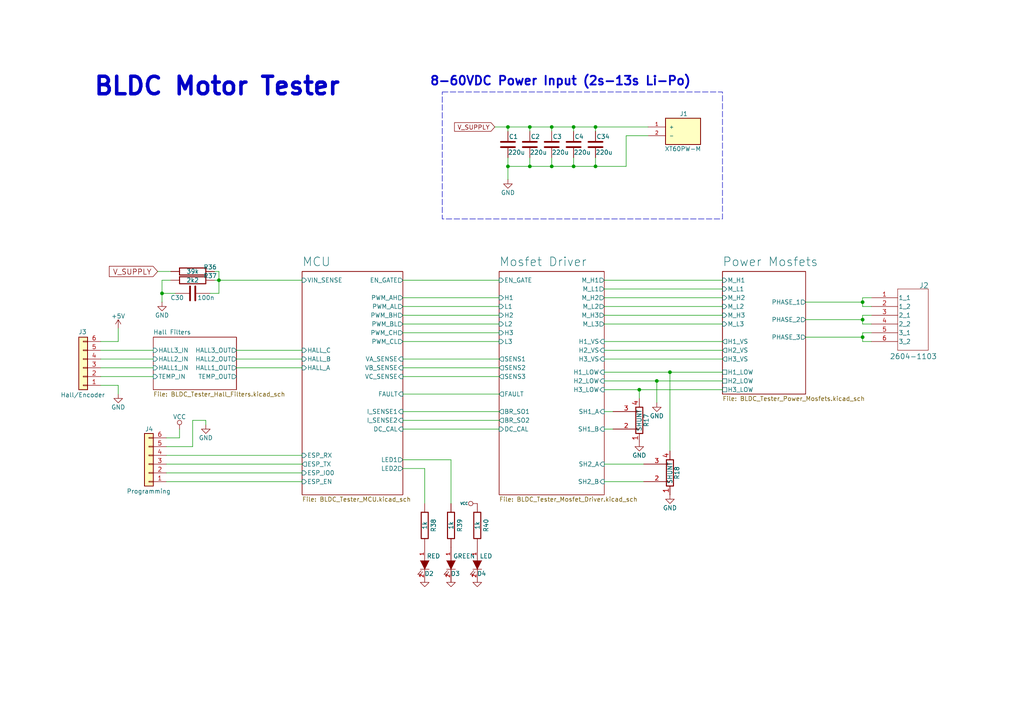
<source format=kicad_sch>
(kicad_sch (version 20231120) (generator "eeschema") (generator_version "8.0")
  (paper "A4")
  (title_block (title "BLDC Tester") (date "2024-11-19") (company "Ege Saygili"))
  (lib_symbols
    (symbol "2024-11-19_07-53-34:2604-1103" (pin_names (offset 0.254))
      (property "Reference" "J2" (at 15.24 6.096 0))
      (property "Value" "2604-1103" (at 12.192 -14.478 0))
      (symbol "2604-1103_0_1"
        (polyline (pts (xy 7.62 -12.7) (xy 16.51 -12.7)) (stroke (width 0.127)))
        (polyline (pts (xy 7.62 5.08) (xy 7.62 -12.7)) (stroke (width 0.127)))
        (polyline (pts (xy 16.51 -12.7) (xy 16.51 5.08)) (stroke (width 0.127)))
        (polyline (pts (xy 16.51 5.08) (xy 7.62 5.08)) (stroke (width 0.127)))
      )
      (symbol "2604-1103_1_1"
        (pin power_in line (at 0 2.54 0) (length 7.62) (name "1_1") (number "1"))
        (pin power_in line (at 0 0 0) (length 7.62) (name "1_2") (number "2"))
        (pin power_in line (at 0 -2.54 0) (length 7.62) (name "2_1") (number "3"))
        (pin power_in line (at 0 -5.08 0) (length 7.62) (name "2_2") (number "4"))
        (pin power_in line (at 0 -7.62 0) (length 7.62) (name "3_1") (number "5"))
        (pin power_in line (at 0 -10.16 0) (length 7.62) (name "3_2") (number "6"))
      )
    )
    (symbol "BLDC_4-rescue:+5V" (power) (pin_names (offset 0))
      (property "Value" "+5V" (at 0 3.556 0))
      (symbol "+5V_0_1"
        (polyline (pts (xy -0.762 1.27) (xy 0 2.54)))
        (polyline (pts (xy 0 0) (xy 0 2.54)))
        (polyline (pts (xy 0 2.54) (xy 0.762 1.27)))
      )
      (symbol "+5V_1_1"
        (pin power_in line (at 0 0 90) (length 0) hide (name "+5V") (number "1"))
      )
    )
    (symbol "BLDC_4-rescue:C-RESCUE-BLDC_4" (pin_numbers hide) (pin_names (offset 0.254))
      (property "Reference" "C" (at 0 2.54 0))
      (property "Value" "C-RESCUE-BLDC_4" (at 0.1524 -2.159 0))
      (symbol "C-RESCUE-BLDC_4_0_1"
        (polyline (pts (xy -2.032 -0.762) (xy 2.032 -0.762)) (stroke (width 0.508)))
        (polyline (pts (xy -2.032 0.762) (xy 2.032 0.762)) (stroke (width 0.508)))
      )
      (symbol "C-RESCUE-BLDC_4_1_1"
        (pin passive line (at 0 5.08 270) (length 4.318) (name "~") (number "1"))
        (pin passive line (at 0 -5.08 90) (length 4.318) (name "~") (number "2"))
      )
    )
    (symbol "BLDC_4-rescue:GND-RESCUE-BLDC_4" (power) (pin_names (offset 0))
      (symbol "GND-RESCUE-BLDC_4_0_1"
        (polyline (pts (xy -1.27 0) (xy 0 -1.27) (xy 1.27 0) (xy -1.27 0)))
      )
      (symbol "GND-RESCUE-BLDC_4_1_1"
        (pin power_in line (at 0 0 90) (length 0) hide (name "GND") (number "1"))
      )
    )
    (symbol "BLDC_4-rescue:LED-RESCUE-BLDC_4" (pin_names (offset 1.016) hide)
      (property "Reference" "D" (at 0 2.54 0))
      (property "Value" "LED-RESCUE-BLDC_4" (at 0 -2.54 0))
      (symbol "LED-RESCUE-BLDC_4_0_1"
        (polyline (pts (xy 1.27 1.27) (xy 1.27 -1.27)))
        (polyline (pts (xy -1.27 1.27) (xy 1.27 0) (xy -1.27 -1.27)) (fill (type outline)))
        (polyline (pts (xy 1.651 -1.016) (xy 2.794 -2.032) (xy 2.667 -1.397)))
        (polyline (pts (xy 2.032 -0.635) (xy 3.175 -1.651) (xy 3.048 -1.016)))
      )
      (symbol "LED-RESCUE-BLDC_4_1_1"
        (pin passive line (at -5.08 0 0) (length 3.81) (name "A") (number "1"))
        (pin passive line (at 5.08 0 180) (length 3.81) (name "K") (number "2"))
      )
    )
    (symbol "BLDC_4-rescue:R-RESCUE-BLDC_4" (pin_numbers hide) (pin_names (offset 0))
      (property "Reference" "R" (at 2.032 0 90))
      (property "Value" "R-RESCUE-BLDC_4" (at 0.1778 0.0254 90))
      (symbol "R-RESCUE-BLDC_4_0_1"
        (rectangle (start -1.016 3.81) (end 1.016 -3.81) (stroke (width 0.3048)))
      )
      (symbol "R-RESCUE-BLDC_4_1_1"
        (pin passive line (at 0 6.35 270) (length 2.54) (name "~") (number "1"))
        (pin passive line (at 0 -6.35 90) (length 2.54) (name "~") (number "2"))
      )
    )
    (symbol "BLDC_4-rescue:VCC" (power) (pin_names (offset 0))
      (property "Value" "VCC" (at 0 3.81 0))
      (symbol "VCC_0_1"
        (polyline (pts (xy 0 0) (xy 0 1.27)))
        (circle (center 0 1.905) (radius 0.635))
      )
      (symbol "VCC_1_1"
        (pin power_in line (at 0 0 90) (length 0) hide (name "VCC") (number "1"))
      )
    )
    (symbol "Connector_Generic:Conn_01x06" (pin_names (offset 1.016) hide)
      (property "Reference" "J" (at 0 7.62 0))
      (property "Value" "Conn_01x06" (at 0 -10.16 0))
      (symbol "Conn_01x06_1_1"
        (rectangle (start -1.27 -7.493) (end 0 -7.747) (stroke (width 0.1524)))
        (rectangle (start -1.27 -4.953) (end 0 -5.207) (stroke (width 0.1524)))
        (rectangle (start -1.27 -2.413) (end 0 -2.667) (stroke (width 0.1524)))
        (rectangle (start -1.27 0.127) (end 0 -0.127) (stroke (width 0.1524)))
        (rectangle (start -1.27 2.667) (end 0 2.413) (stroke (width 0.1524)))
        (rectangle (start -1.27 5.207) (end 0 4.953) (stroke (width 0.1524)))
        (rectangle (start -1.27 6.35) (end 1.27 -8.89) (stroke (width 0.254)) (fill (type background)))
        (pin passive line (at -5.08 5.08 0) (length 3.81) (name "Pin_1") (number "1"))
        (pin passive line (at -5.08 2.54 0) (length 3.81) (name "Pin_2") (number "2"))
        (pin passive line (at -5.08 0 0) (length 3.81) (name "Pin_3") (number "3"))
        (pin passive line (at -5.08 -2.54 0) (length 3.81) (name "Pin_4") (number "4"))
        (pin passive line (at -5.08 -5.08 0) (length 3.81) (name "Pin_5") (number "5"))
        (pin passive line (at -5.08 -7.62 0) (length 3.81) (name "Pin_6") (number "6"))
      )
    )
    (symbol "Device:C" (pin_numbers hide) (pin_names (offset 0.254))
      (property "Reference" "C" (at 0.635 2.54 0))
      (property "Value" "C" (at 0.635 -2.54 0))
      (symbol "C_0_1"
        (polyline (pts (xy -2.032 -0.762) (xy 2.032 -0.762)) (stroke (width 0.508)))
        (polyline (pts (xy -2.032 0.762) (xy 2.032 0.762)) (stroke (width 0.508)))
      )
      (symbol "C_1_1"
        (pin passive line (at 0 3.81 270) (length 2.794) (name "~") (number "1"))
        (pin passive line (at 0 -3.81 90) (length 2.794) (name "~") (number "2"))
      )
    )
    (symbol "SHUNT_1" (pin_names (offset 0))
      (property "Reference" "R17" (at 2.032 0 90))
      (property "Value" "SHUNT" (at 0 0 90))
      (symbol "SHUNT_1_0_1"
        (rectangle (start -1.016 3.81) (end 1.016 -3.81) (stroke (width 0.3048)))
      )
      (symbol "SHUNT_1_1_1"
        (pin passive line (at 0 6.35 270) (length 2.54) (name "~") (number "1"))
        (pin input line (at -7.62 2.54 0) (length 7.62) (name "~") (number "2"))
        (pin input line (at -7.62 -2.54 0) (length 7.62) (name "~") (number "3"))
        (pin passive line (at 0 -6.35 90) (length 2.54) (name "~") (number "4"))
      )
    )
    (symbol "XT60PW-M:XT60PW-M" (pin_names (offset 1.016))
      (property "Reference" "J" (at -5.08 5.7234 0))
      (property "Value" "XT60PW-M" (at -5.08 -5.0923 0))
      (symbol "XT60PW-M_0_0"
        (rectangle (start -5.08 -2.54) (end 5.08 5.08) (stroke (width 0.254)) (fill (type background)))
        (pin passive line (at -10.16 2.54 0) (length 5.08) (name "+") (number "1"))
        (pin passive line (at -10.16 0 0) (length 5.08) (name "-") (number "2"))
      )
    )
    (symbol "crf_1:SHUNT" (pin_names (offset 0))
      (property "Reference" "R18" (at 2.032 0 90))
      (property "Value" "SHUNT" (at 0 0 90))
      (symbol "SHUNT_0_1"
        (rectangle (start -1.016 3.81) (end 1.016 -3.81) (stroke (width 0.3048)))
      )
      (symbol "SHUNT_1_1"
        (pin passive line (at 0 6.35 270) (length 2.54) (name "~") (number "1"))
        (pin input line (at -7.62 2.54 0) (length 7.62) (name "~") (number "2"))
        (pin input line (at -7.62 -2.54 0) (length 7.62) (name "~") (number "3"))
        (pin passive line (at 0 -6.35 90) (length 2.54) (name "~") (number "4"))
      )
    )
    (symbol "power:GND" (power) (pin_numbers hide) (pin_names (offset 0) hide)
      (property "Value" "GND" (at 0 -3.81 0))
      (symbol "GND_0_1"
        (polyline (pts (xy 0 0) (xy 0 -1.27) (xy 1.27 -1.27) (xy 0 -2.54) (xy -1.27 -1.27) (xy 0 -1.27)))
      )
      (symbol "GND_1_1"
        (pin power_in line (at 0 0 270) (length 0) (name "~") (number "1"))
      )
    )
  )
  (junction (at 190.5 110.49))
  (junction (at 46.99 85.09))
  (junction (at 166.37 48.26))
  (junction (at 250.19 97.79))
  (junction (at 160.02 36.83))
  (junction (at 153.67 48.26))
  (junction (at 250.19 87.63))
  (junction (at 63.5 81.28))
  (junction (at 250.19 92.71))
  (junction (at 153.67 36.83))
  (junction (at 194.31 107.95))
  (junction (at 147.32 48.26))
  (junction (at 160.02 48.26))
  (junction (at 147.32 36.83))
  (junction (at 172.72 36.83))
  (junction (at 166.37 36.83))
  (junction (at 172.72 48.26))
  (junction (at 185.42 113.03))
  (wire (pts (xy 175.26 88.9) (xy 209.55 88.9)))
  (wire (pts (xy 63.5 78.74) (xy 63.5 81.28)))
  (wire (pts (xy 46.99 81.28) (xy 49.53 81.28)))
  (wire (pts (xy 123.19 135.89) (xy 123.19 146.05)))
  (wire (pts (xy 147.32 36.83) (xy 147.32 38.1)))
  (wire (pts (xy 181.61 39.37) (xy 181.61 48.26)))
  (wire (pts (xy 50.8 85.09) (xy 46.99 85.09)))
  (wire (pts (xy 252.73 96.52) (xy 250.19 96.52)))
  (wire (pts (xy 116.84 109.22) (xy 144.78 109.22)))
  (wire (pts (xy 172.72 45.72) (xy 172.72 48.26)))
  (wire (pts (xy 190.5 110.49) (xy 209.55 110.49)))
  (wire (pts (xy 175.26 83.82) (xy 209.55 83.82)))
  (wire (pts (xy 175.26 81.28) (xy 209.55 81.28)))
  (wire (pts (xy 153.67 36.83) (xy 153.67 38.1)))
  (wire (pts (xy 147.32 45.72) (xy 147.32 48.26)))
  (wire (pts (xy 29.21 106.68) (xy 44.45 106.68)))
  (wire (pts (xy 160.02 45.72) (xy 160.02 48.26)))
  (wire (pts (xy 130.81 133.35) (xy 130.81 146.05)))
  (wire (pts (xy 233.68 87.63) (xy 250.19 87.63)))
  (wire (pts (xy 59.69 121.92) (xy 55.88 121.92)))
  (wire (pts (xy 185.42 113.03) (xy 209.55 113.03)))
  (wire (pts (xy 63.5 81.28) (xy 87.63 81.28)))
  (wire (pts (xy 166.37 45.72) (xy 166.37 48.26)))
  (wire (pts (xy 185.42 113.03) (xy 185.42 115.57)))
  (wire (pts (xy 172.72 48.26) (xy 166.37 48.26)))
  (wire (pts (xy 181.61 39.37) (xy 187.96 39.37)))
  (wire (pts (xy 48.26 139.7) (xy 87.63 139.7)))
  (wire (pts (xy 175.26 86.36) (xy 209.55 86.36)))
  (wire (pts (xy 52.07 127) (xy 52.07 124.46)))
  (wire (pts (xy 166.37 48.26) (xy 160.02 48.26)))
  (wire (pts (xy 116.84 119.38) (xy 144.78 119.38)))
  (wire (pts (xy 116.84 133.35) (xy 130.81 133.35)))
  (wire (pts (xy 175.26 113.03) (xy 185.42 113.03)))
  (wire (pts (xy 175.26 104.14) (xy 209.55 104.14)))
  (wire (pts (xy 172.72 36.83) (xy 187.96 36.83)))
  (wire (pts (xy 143.51 36.83) (xy 147.32 36.83)))
  (wire (pts (xy 166.37 36.83) (xy 166.37 38.1)))
  (wire (pts (xy 34.29 111.76) (xy 34.29 114.3)))
  (wire (pts (xy 68.58 106.68) (xy 87.63 106.68)))
  (wire (pts (xy 116.84 104.14) (xy 144.78 104.14)))
  (wire (pts (xy 250.19 87.63) (xy 250.19 88.9)))
  (wire (pts (xy 250.19 96.52) (xy 250.19 97.79)))
  (wire (pts (xy 175.26 99.06) (xy 209.55 99.06)))
  (wire (pts (xy 49.53 78.74) (xy 45.72 78.74)))
  (wire (pts (xy 175.26 110.49) (xy 190.5 110.49)))
  (wire (pts (xy 34.29 99.06) (xy 34.29 95.25)))
  (wire (pts (xy 116.84 93.98) (xy 144.78 93.98)))
  (wire (pts (xy 116.84 106.68) (xy 144.78 106.68)))
  (wire (pts (xy 250.19 87.63) (xy 250.19 86.36)))
  (wire (pts (xy 160.02 36.83) (xy 166.37 36.83)))
  (wire (pts (xy 116.84 99.06) (xy 144.78 99.06)))
  (wire (pts (xy 172.72 36.83) (xy 172.72 38.1)))
  (wire (pts (xy 48.26 137.16) (xy 87.63 137.16)))
  (wire (pts (xy 68.58 104.14) (xy 87.63 104.14)))
  (wire (pts (xy 250.19 93.98) (xy 252.73 93.98)))
  (wire (pts (xy 59.69 123.19) (xy 59.69 121.92)))
  (wire (pts (xy 175.26 91.44) (xy 209.55 91.44)))
  (wire (pts (xy 48.26 132.08) (xy 87.63 132.08)))
  (wire (pts (xy 175.26 139.7) (xy 186.69 139.7)))
  (wire (pts (xy 63.5 81.28) (xy 63.5 85.09)))
  (wire (pts (xy 116.84 114.3) (xy 144.78 114.3)))
  (wire (pts (xy 190.5 110.49) (xy 190.5 116.84)))
  (wire (pts (xy 175.26 119.38) (xy 177.8 119.38)))
  (wire (pts (xy 175.26 134.62) (xy 186.69 134.62)))
  (wire (pts (xy 29.21 111.76) (xy 34.29 111.76)))
  (wire (pts (xy 116.84 121.92) (xy 144.78 121.92)))
  (wire (pts (xy 166.37 36.83) (xy 172.72 36.83)))
  (wire (pts (xy 194.31 107.95) (xy 194.31 130.81)))
  (wire (pts (xy 250.19 91.44) (xy 250.19 92.71)))
  (wire (pts (xy 116.84 135.89) (xy 123.19 135.89)))
  (wire (pts (xy 116.84 86.36) (xy 144.78 86.36)))
  (wire (pts (xy 55.88 121.92) (xy 55.88 129.54)))
  (wire (pts (xy 233.68 97.79) (xy 250.19 97.79)))
  (wire (pts (xy 68.58 101.6) (xy 87.63 101.6)))
  (wire (pts (xy 29.21 109.22) (xy 44.45 109.22)))
  (wire (pts (xy 116.84 81.28) (xy 144.78 81.28)))
  (wire (pts (xy 153.67 36.83) (xy 160.02 36.83)))
  (wire (pts (xy 29.21 99.06) (xy 34.29 99.06)))
  (wire (pts (xy 175.26 124.46) (xy 177.8 124.46)))
  (wire (pts (xy 62.23 81.28) (xy 63.5 81.28)))
  (wire (pts (xy 116.84 91.44) (xy 144.78 91.44)))
  (wire (pts (xy 147.32 36.83) (xy 153.67 36.83)))
  (wire (pts (xy 250.19 99.06) (xy 252.73 99.06)))
  (wire (pts (xy 63.5 85.09) (xy 60.96 85.09)))
  (wire (pts (xy 29.21 104.14) (xy 44.45 104.14)))
  (wire (pts (xy 194.31 107.95) (xy 209.55 107.95)))
  (wire (pts (xy 116.84 124.46) (xy 144.78 124.46)))
  (wire (pts (xy 175.26 101.6) (xy 209.55 101.6)))
  (wire (pts (xy 175.26 93.98) (xy 209.55 93.98)))
  (wire (pts (xy 29.21 101.6) (xy 44.45 101.6)))
  (wire (pts (xy 250.19 97.79) (xy 250.19 99.06)))
  (wire (pts (xy 62.23 78.74) (xy 63.5 78.74)))
  (wire (pts (xy 55.88 129.54) (xy 48.26 129.54)))
  (wire (pts (xy 153.67 45.72) (xy 153.67 48.26)))
  (wire (pts (xy 116.84 96.52) (xy 144.78 96.52)))
  (wire (pts (xy 46.99 81.28) (xy 46.99 85.09)))
  (wire (pts (xy 233.68 92.71) (xy 250.19 92.71)))
  (wire (pts (xy 48.26 127) (xy 52.07 127)))
  (wire (pts (xy 252.73 88.9) (xy 250.19 88.9)))
  (wire (pts (xy 116.84 88.9) (xy 144.78 88.9)))
  (wire (pts (xy 46.99 85.09) (xy 46.99 87.63)))
  (wire (pts (xy 160.02 36.83) (xy 160.02 38.1)))
  (wire (pts (xy 160.02 48.26) (xy 153.67 48.26)))
  (wire (pts (xy 252.73 91.44) (xy 250.19 91.44)))
  (wire (pts (xy 48.26 134.62) (xy 87.63 134.62)))
  (wire (pts (xy 250.19 92.71) (xy 250.19 93.98)))
  (wire (pts (xy 250.19 86.36) (xy 252.73 86.36)))
  (wire (pts (xy 175.26 107.95) (xy 194.31 107.95)))
  (wire (pts (xy 181.61 48.26) (xy 172.72 48.26)))
  (wire (pts (xy 153.67 48.26) (xy 147.32 48.26)))
  (wire (pts (xy 147.32 48.26) (xy 147.32 52.07)))
  (rectangle (start 128.27 26.67) (end 209.55 63.5) (stroke (width 0) (type dash)))
  (text "BLDC Motor Tester" (at 62.992 25.146 0) (effects (font (size 5.08 5.08) (thickness 1.016) (bold yes))))
  (text "8-60VDC Power Input (2s-13s Li-Po)" (at 162.56 23.622 0) (effects (font (size 2.54 2.54) (thickness 0.508) (bold yes))))
  (global_label "V_SUPPLY" (shape input) (at 45.72 78.74 180) (effects (font (size 1.524 1.524))) (property "Intersheetrefs" "${INTERSHEET_REFS}" (effects (hide yes))))
  (global_label "V_SUPPLY" (shape input) (at 143.51 36.83 180) (property "Intersheetrefs" "${INTERSHEET_REFS}" (effects (hide yes))))
  (symbol (lib_id "BLDC_4-rescue:C-RESCUE-BLDC_4") (at 55.88 85.09 90) (mirror x) (unit 1)
    (property "Reference" "C30" (at 53.34 86.36 90) (effects (justify left)))
    (property "Value" "100n" (at 62.23 86.36 90) (effects (justify left)))
    (property "Footprint" "Capacitor_SMD:C_0603_1608Metric" (effects (hide yes)))
  )
  (symbol (lib_id "BLDC_4-rescue:+5V") (at 34.29 95.25 0) (unit 1)
    (property "Reference" "#PWR023" (effects (hide yes)))
    (property "Value" "+5V" (at 34.29 91.694 0))
  )
  (symbol (lib_id "BLDC_4-rescue:LED-RESCUE-BLDC_4") (at 123.19 163.83 270) (unit 1)
    (property "Reference" "D2" (at 124.46 166.37 90))
    (property "Value" "RED" (at 125.73 161.29 90))
    (property "Footprint" "LED_SMD:LED_0603_1608Metric" (effects (hide yes)))
  )
  (symbol (lib_id "BLDC_4-rescue:VCC") (at 138.43 146.05 90) (unit 1)
    (property "Reference" "#PWR043" (effects (hide yes)))
    (property "Value" "VCC" (at 134.62 146.05 90) (effects (font (size 0.762 0.762))))
  )
  (symbol (lib_id "BLDC_4-rescue:LED-RESCUE-BLDC_4") (at 130.81 163.83 270) (unit 1)
    (property "Reference" "D3" (at 132.08 166.37 90))
    (property "Value" "GREEN" (at 134.62 161.29 90))
    (property "Footprint" "LED_SMD:LED_0603_1608Metric" (effects (hide yes)))
  )
  (symbol (lib_id "crf_1:SHUNT") (at 194.31 137.16 0) (mirror x) (unit 1)
    (property "Reference" "R18" (at 196.342 137.16 90))
    (property "Value" "SHUNT" (at 194.31 137.16 90))
    (property "Footprint" "BVS-A-R002-1.0:RES_BVS-3920_ISA" (effects (hide yes)))
  )
  (symbol (lib_id "XT60PW-M:XT60PW-M") (at 198.12 39.37 0) (unit 1)
    (property "Reference" "J1" (at 197.104 33.02 0) (effects (justify left)))
    (property "Value" "XT60PW-M" (at 192.786 43.18 0) (effects (justify left)))
    (property "Footprint" "XT60PW-M:AMASS_XT60PW-M" (effects (hide yes)))
    (property "MF" "AMASS" (effects (hide yes)))
    (property "MAXIMUM_PACKAGE_HEIGHT" "8.4 mm" (effects (hide yes)))
    (property "Package" "Package" (effects (hide yes)))
    (property "Price" "None" (effects (hide yes)))
    (property "Check_prices" "https://www.snapeda.com/parts/XT60PW-M/AMASS/view-part/?ref=eda" (effects (hide yes)))
    (property "STANDARD" "Manufacturer recommendations" (effects (hide yes)))
    (property "PARTREV" "V1.2" (effects (hide yes)))
    (property "SnapEDA_Link" "https://www.snapeda.com/parts/XT60PW-M/AMASS/view-part/?ref=snap" (effects (hide yes)))
    (property "MP" "XT60PW-M" (effects (hide yes)))
    (property "Description_1" "\n                        \n                            Socket, DC supply, male, PIN: 2\n                        \n" (effects (hide yes)))
    (property "Availability" "Not in stock" (effects (hide yes)))
    (property "MANUFACTURER" "AMASS" (effects (hide yes)))
  )
  (symbol (lib_id "power:GND") (at 46.99 87.63 0) (unit 1)
    (property "Reference" "#PWR040" (effects (hide yes)))
    (property "Value" "GND" (at 46.99 91.44 0))
    (property "Description" "Power symbol creates a global label with name \"GND\" , ground" (effects (hide yes)))
  )
  (symbol (lib_id "Connector_Generic:Conn_01x06") (at 24.13 106.68 180) (unit 1)
    (property "Reference" "J3" (at 25.146 96.266 0) (effects (justify left)))
    (property "Value" "Hall/Encoder" (at 30.48 114.554 0) (effects (justify left)))
    (property "Footprint" "Connector_JST:JST_PH_S6B-PH-SM4-TB_1x06-1MP_P2.00mm_Horizontal" (effects (hide yes)))
    (property "Description" "Generic connector, single row, 01x06, script generated (kicad-library-utils/schlib/autogen/connector/)" (effects (hide yes)))
  )
  (symbol (lib_id "Device:C") (at 153.67 41.91 0) (unit 1)
    (property "Reference" "C2" (at 153.924 39.624 0) (effects (justify left)))
    (property "Value" "220u" (at 153.67 44.196 0) (effects (justify left)))
    (property "Footprint" "Capacitor_THT:CP_Radial_D10.0mm_P5.00mm" (effects (hide yes)))
    (property "Description" "Unpolarized capacitor" (effects (hide yes)))
  )
  (symbol (lib_id "power:GND") (at 34.29 114.3 0) (unit 1)
    (property "Reference" "#PWR024" (effects (hide yes)))
    (property "Value" "GND" (at 34.29 118.11 0))
    (property "Description" "Power symbol creates a global label with name \"GND\" , ground" (effects (hide yes)))
  )
  (symbol (lib_id "BLDC_4-rescue:R-RESCUE-BLDC_4") (at 130.81 152.4 180) (unit 1)
    (property "Reference" "R39" (at 133.35 152.4 90))
    (property "Value" "1k" (at 130.81 152.4 90))
    (property "Footprint" "Resistor_SMD:R_0603_1608Metric" (effects (hide yes)))
  )
  (symbol (lib_id "power:GND") (at 185.42 128.27 0) (unit 1)
    (property "Reference" "#PWR030" (effects (hide yes)))
    (property "Value" "GND" (at 185.42 132.08 0))
    (property "Description" "Power symbol creates a global label with name \"GND\" , ground" (effects (hide yes)))
  )
  (symbol (lib_id "power:GND") (at 190.5 116.84 0) (unit 1)
    (property "Reference" "#PWR039" (effects (hide yes)))
    (property "Value" "GND" (at 190.5 120.65 0))
    (property "Description" "Power symbol creates a global label with name \"GND\" , ground" (effects (hide yes)))
  )
  (symbol (lib_id "BLDC_4-rescue:R-RESCUE-BLDC_4") (at 123.19 152.4 180) (unit 1)
    (property "Reference" "R38" (at 125.73 152.4 90))
    (property "Value" "1k" (at 123.19 152.4 90))
    (property "Footprint" "Resistor_SMD:R_0603_1608Metric" (effects (hide yes)))
  )
  (symbol (lib_id "2024-11-19_07-53-34:2604-1103") (at 252.73 88.9 0) (unit 1)
    (property "Reference" "J2" (at 267.97 82.804 0) (effects (font (size 1.524 1.524))))
    (property "Value" "2604-1103" (at 264.922 103.378 0) (effects (font (size 1.524 1.524))))
    (property "Footprint" "CONN3_2604-1103_WAG" (effects (hide yes)))
    (property "Datasheet" "2604-1103" (effects (hide yes)))
  )
  (symbol (lib_id "Device:C") (at 172.72 41.91 0) (unit 1)
    (property "Reference" "C34" (at 172.974 39.624 0) (effects (justify left)))
    (property "Value" "220u" (at 172.72 44.196 0) (effects (justify left)))
    (property "Footprint" "Capacitor_THT:CP_Radial_D10.0mm_P5.00mm" (effects (hide yes)))
    (property "Description" "Unpolarized capacitor" (effects (hide yes)))
  )
  (symbol (lib_id "BLDC_4-rescue:R-RESCUE-BLDC_4") (at 138.43 152.4 180) (unit 1)
    (property "Reference" "R40" (at 140.97 152.4 90))
    (property "Value" "1k" (at 138.43 152.4 90))
    (property "Footprint" "Resistor_SMD:R_0603_1608Metric" (effects (hide yes)))
  )
  (symbol (lib_id "Device:C") (at 147.32 41.91 0) (unit 1)
    (property "Reference" "C1" (at 147.574 39.624 0) (effects (justify left)))
    (property "Value" "220u" (at 147.32 44.196 0) (effects (justify left)))
    (property "Footprint" "Capacitor_THT:CP_Radial_D10.0mm_P5.00mm" (effects (hide yes)))
    (property "Description" "Unpolarized capacitor" (effects (hide yes)))
  )
  (symbol (lib_id "power:GND") (at 194.31 143.51 0) (unit 1)
    (property "Reference" "#PWR038" (effects (hide yes)))
    (property "Value" "GND" (at 194.31 147.32 0))
    (property "Description" "Power symbol creates a global label with name \"GND\" , ground" (effects (hide yes)))
  )
  (symbol (lib_id "BLDC_4-rescue:GND-RESCUE-BLDC_4") (at 123.19 168.91 0) (unit 1)
    (property "Reference" "#PWR041" (effects (hide yes)))
    (property "Value" "GND" (effects (hide yes)))
  )
  (symbol (lib_id "BLDC_4-rescue:GND-RESCUE-BLDC_4") (at 130.81 168.91 0) (unit 1)
    (property "Reference" "#PWR042" (effects (hide yes)))
    (property "Value" "GND" (effects (hide yes)))
  )
  (symbol (lib_id "power:GND") (at 147.32 52.07 0) (unit 1)
    (property "Reference" "#PWR01" (effects (hide yes)))
    (property "Value" "GND" (at 147.32 55.88 0))
    (property "Description" "Power symbol creates a global label with name \"GND\" , ground" (effects (hide yes)))
  )
  (symbol (lib_id "Device:C") (at 160.02 41.91 0) (unit 1)
    (property "Reference" "C3" (at 160.274 39.624 0) (effects (justify left)))
    (property "Value" "220u" (at 160.02 44.196 0) (effects (justify left)))
    (property "Footprint" "Capacitor_THT:CP_Radial_D10.0mm_P5.00mm" (effects (hide yes)))
    (property "Description" "Unpolarized capacitor" (effects (hide yes)))
  )
  (symbol (lib_id "BLDC_4-rescue:R-RESCUE-BLDC_4") (at 55.88 78.74 90) (mirror x) (unit 1)
    (property "Reference" "R36" (at 60.96 77.47 90))
    (property "Value" "39k" (at 55.88 78.74 90))
    (property "Footprint" "Resistor_SMD:R_0603_1608Metric" (effects (hide yes)))
  )
  (symbol (lib_id "BLDC_4-rescue:R-RESCUE-BLDC_4") (at 55.88 81.28 90) (mirror x) (unit 1)
    (property "Reference" "R37" (at 60.96 80.01 90))
    (property "Value" "2k2" (at 55.88 81.28 90))
    (property "Footprint" "Resistor_SMD:R_0603_1608Metric" (effects (hide yes)))
  )
  (symbol (lib_id "Connector_Generic:Conn_01x06") (at 43.18 134.62 180) (unit 1)
    (property "Reference" "J4" (at 44.45 124.46 0) (effects (justify left)))
    (property "Value" "Programming" (at 49.53 142.494 0) (effects (justify left)))
    (property "Footprint" "Connector_PinHeader_2.54mm:PinHeader_1x06_P2.54mm_Vertical" (effects (hide yes)))
    (property "Description" "Generic connector, single row, 01x06, script generated (kicad-library-utils/schlib/autogen/connector/)" (effects (hide yes)))
  )
  (symbol (lib_id "BLDC_4-rescue:GND-RESCUE-BLDC_4") (at 138.43 168.91 0) (unit 1)
    (property "Reference" "#PWR044" (effects (hide yes)))
    (property "Value" "GND" (effects (hide yes)))
  )
  (symbol (lib_id "BLDC_4-rescue:VCC") (at 52.07 124.46 0) (unit 1)
    (property "Reference" "#PWR031" (effects (hide yes)))
    (property "Value" "VCC" (at 52.07 120.904 0))
  )
  (symbol (lib_id "BLDC_4-rescue:LED-RESCUE-BLDC_4") (at 138.43 163.83 270) (unit 1)
    (property "Reference" "D4" (at 139.7 166.37 90))
    (property "Value" "LED" (at 140.97 161.29 90))
    (property "Footprint" "LED_SMD:LED_0603_1608Metric" (effects (hide yes)))
  )
  (symbol (lib_id "power:GND") (at 59.69 123.19 0) (unit 1)
    (property "Reference" "#PWR032" (effects (hide yes)))
    (property "Value" "GND" (at 59.69 127 0))
    (property "Description" "Power symbol creates a global label with name \"GND\" , ground" (effects (hide yes)))
  )
  (symbol (lib_id "Device:C") (at 166.37 41.91 0) (unit 1)
    (property "Reference" "C4" (at 166.624 39.624 0) (effects (justify left)))
    (property "Value" "220u" (at 166.37 44.196 0) (effects (justify left)))
    (property "Footprint" "Capacitor_THT:CP_Radial_D10.0mm_P5.00mm" (effects (hide yes)))
    (property "Description" "Unpolarized capacitor" (effects (hide yes)))
  )
  (symbol (lib_name "SHUNT_1") (lib_id "crf_1:SHUNT") (at 185.42 121.92 0) (mirror x) (unit 1)
    (property "Reference" "R17" (at 187.452 121.92 90))
    (property "Value" "SHUNT" (at 185.42 121.92 90))
    (property "Footprint" "BVS-A-R002-1.0:RES_BVS-3920_ISA" (effects (hide yes)))
  )
  (sheet (at 87.63 78.74) (size 29.21 64.77) (stroke (width 0.1524))
    (property "Sheetname" "MCU" (at 87.63 77.3934 0) (effects (font (size 2.54 2.54)) (justify left bottom)))
    (property "Sheetfile" "BLDC_Tester_MCU.kicad_sch" (at 87.63 144.0946 0) (effects (justify left top)))
    (pin "ESP_TX" output (at 87.63 134.62 180))
    (pin "ESP_RX" input (at 87.63 132.08 180))
    (pin "ESP_IO0" input (at 87.63 137.16 180))
    (pin "ESP_EN" input (at 87.63 139.7 180))
    (pin "PWM_AH" output (at 116.84 86.36 0))
    (pin "PWM_AL" output (at 116.84 88.9 0))
    (pin "PWM_BL" output (at 116.84 93.98 0))
    (pin "PWM_CL" output (at 116.84 99.06 0))
    (pin "PWM_BH" output (at 116.84 91.44 0))
    (pin "PWM_CH" output (at 116.84 96.52 0))
    (pin "HALL_A" input (at 87.63 106.68 180))
    (pin "HALL_B" input (at 87.63 104.14 180))
    (pin "HALL_C" input (at 87.63 101.6 180))
    (pin "EN_GATE" output (at 116.84 81.28 0))
    (pin "VA_SENSE" input (at 116.84 104.14 0))
    (pin "VB_SENSE" input (at 116.84 106.68 0))
    (pin "VC_SENSE" input (at 116.84 109.22 0))
    (pin "FAULT" input (at 116.84 114.3 0))
    (pin "DC_CAL" input (at 116.84 124.46 0))
    (pin "I_SENSE1" input (at 116.84 119.38 0))
    (pin "I_SENSE2" input (at 116.84 121.92 0))
    (pin "VIN_SENSE" input (at 87.63 81.28 180))
    (pin "LED1" output (at 116.84 133.35 0))
    (pin "LED2" output (at 116.84 135.89 0))
  )
  (sheet (at 44.45 97.79) (size 24.13 15.24) (stroke (width 0.1524))
    (property "Sheetname" "Hall Filters" (at 44.45 97.0784 0) (effects (justify left bottom)))
    (property "Sheetfile" "BLDC_Tester_Hall_Filters.kicad_sch" (at 44.45 113.6146 0) (effects (justify left top)))
    (pin "HALL2_OUT" output (at 68.58 104.14 0))
    (pin "HALL1_OUT" output (at 68.58 106.68 0))
    (pin "HALL3_OUT" output (at 68.58 101.6 0))
    (pin "TEMP_OUT" output (at 68.58 109.22 0))
    (pin "TEMP_IN" input (at 44.45 109.22 180))
    (pin "HALL3_IN" input (at 44.45 101.6 180))
    (pin "HALL1_IN" input (at 44.45 106.68 180))
    (pin "HALL2_IN" input (at 44.45 104.14 180))
  )
  (sheet (at 209.55 78.74) (size 24.13 35.56) (stroke (width 0.1524))
    (property "Sheetname" "Power Mosfets" (at 209.55 77.3934 0) (effects (font (size 2.54 2.54)) (justify left bottom)))
    (property "Sheetfile" "BLDC_Tester_Power_Mosfets.kicad_sch" (at 209.55 114.8846 0) (effects (justify left top)))
    (pin "PHASE_3" output (at 233.68 97.79 0))
    (pin "H3_VS" output (at 209.55 104.14 180))
    (pin "H2_LOW" passive (at 209.55 110.49 180))
    (pin "H3_LOW" passive (at 209.55 113.03 180))
    (pin "M_L3" input (at 209.55 93.98 180))
    (pin "PHASE_2" output (at 233.68 92.71 0))
    (pin "PHASE_1" output (at 233.68 87.63 0))
    (pin "M_H2" input (at 209.55 86.36 180))
    (pin "H2_VS" output (at 209.55 101.6 180))
    (pin "M_H3" input (at 209.55 91.44 180))
    (pin "M_L2" input (at 209.55 88.9 180))
    (pin "H1_LOW" passive (at 209.55 107.95 180))
    (pin "M_H1" input (at 209.55 81.28 180))
    (pin "H1_VS" output (at 209.55 99.06 180))
    (pin "M_L1" input (at 209.55 83.82 180))
  )
  (sheet (at 144.78 78.74) (size 30.48 64.77) (stroke (width 0.1524))
    (property "Sheetname" "Mosfet Driver" (at 144.78 77.3934 0) (effects (font (size 2.54 2.54)) (justify left bottom)))
    (property "Sheetfile" "BLDC_Tester_Mosfet_Driver.kicad_sch" (at 144.78 144.0946 0) (effects (justify left top)))
    (pin "H2_VS" input (at 175.26 101.6 0))
    (pin "H1_LOW" input (at 175.26 107.95 0))
    (pin "M_L1" output (at 175.26 83.82 0))
    (pin "M_H2" output (at 175.26 86.36 0))
    (pin "M_L2" output (at 175.26 88.9 0))
    (pin "H1_VS" input (at 175.26 99.06 0))
    (pin "M_H1" output (at 175.26 81.28 0))
    (pin "SH1_B" input (at 175.26 124.46 0))
    (pin "SH2_A" input (at 175.26 134.62 0))
    (pin "SH1_A" input (at 175.26 119.38 0))
    (pin "SH2_B" input (at 175.26 139.7 0))
    (pin "M_H3" output (at 175.26 91.44 0))
    (pin "H2_LOW" input (at 175.26 110.49 0))
    (pin "M_L3" output (at 175.26 93.98 0))
    (pin "H3_VS" input (at 175.26 104.14 0))
    (pin "H3_LOW" input (at 175.26 113.03 0))
    (pin "L3" input (at 144.78 99.06 180))
    (pin "H3" input (at 144.78 96.52 180))
    (pin "H1" input (at 144.78 86.36 180))
    (pin "EN_GATE" input (at 144.78 81.28 180))
    (pin "DC_CAL" input (at 144.78 124.46 180))
    (pin "H2" input (at 144.78 91.44 180))
    (pin "L1" input (at 144.78 88.9 180))
    (pin "L2" input (at 144.78 93.98 180))
    (pin "FAULT" output (at 144.78 114.3 180))
    (pin "BR_SO1" output (at 144.78 119.38 180))
    (pin "BR_SO2" output (at 144.78 121.92 180))
    (pin "SENS1" output (at 144.78 104.14 180))
    (pin "SENS2" output (at 144.78 106.68 180))
    (pin "SENS3" output (at 144.78 109.22 180))
  )
)
</source>
